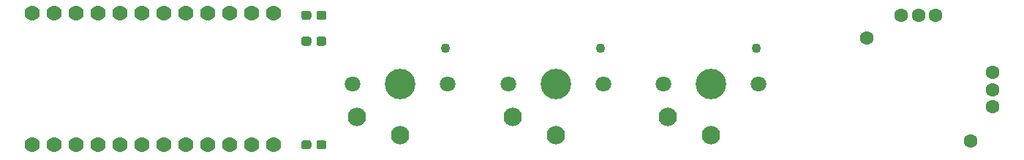
<source format=gbr>
%TF.GenerationSoftware,KiCad,Pcbnew,(5.1.6)-1*%
%TF.CreationDate,2022-09-18T22:31:06+09:00*%
%TF.ProjectId,JoyConMouse,4a6f7943-6f6e-44d6-9f75-73652e6b6963,rev?*%
%TF.SameCoordinates,Original*%
%TF.FileFunction,Soldermask,Top*%
%TF.FilePolarity,Negative*%
%FSLAX46Y46*%
G04 Gerber Fmt 4.6, Leading zero omitted, Abs format (unit mm)*
G04 Created by KiCad (PCBNEW (5.1.6)-1) date 2022-09-18 22:31:06*
%MOMM*%
%LPD*%
G01*
G04 APERTURE LIST*
%ADD10C,1.765000*%
%ADD11C,1.600000*%
%ADD12C,3.529000*%
%ADD13C,2.132000*%
%ADD14C,1.090600*%
%ADD15C,1.801800*%
G04 APERTURE END LIST*
D10*
%TO.C,IC1*%
X53000000Y-95000000D03*
X55540000Y-95000000D03*
X58080000Y-95000000D03*
X60620000Y-95000000D03*
X63160000Y-95000000D03*
X65700000Y-95000000D03*
X68240000Y-95000000D03*
X70780000Y-95000000D03*
X73320000Y-95000000D03*
X73320000Y-79760000D03*
X68240000Y-79760000D03*
X65700000Y-79760000D03*
X70780000Y-79760000D03*
X53000000Y-79760000D03*
X50460000Y-79760000D03*
X47920000Y-79760000D03*
X45380000Y-79760000D03*
X45380000Y-95000000D03*
X47920000Y-95000000D03*
X50460000Y-95000000D03*
X63160000Y-79760000D03*
X60620000Y-79760000D03*
X58080000Y-79760000D03*
X55540000Y-79760000D03*
%TD*%
D11*
%TO.C,IC2*%
X150000000Y-80000000D03*
X148000000Y-80000000D03*
X146000000Y-80000000D03*
X156600000Y-90600000D03*
X156600000Y-88600000D03*
X156600000Y-86600000D03*
X154000000Y-94600000D03*
X142000000Y-82600000D03*
%TD*%
%TO.C,R1*%
G36*
G01*
X76550000Y-80262500D02*
X76550000Y-79737500D01*
G75*
G02*
X76812500Y-79475000I262500J0D01*
G01*
X77437500Y-79475000D01*
G75*
G02*
X77700000Y-79737500I0J-262500D01*
G01*
X77700000Y-80262500D01*
G75*
G02*
X77437500Y-80525000I-262500J0D01*
G01*
X76812500Y-80525000D01*
G75*
G02*
X76550000Y-80262500I0J262500D01*
G01*
G37*
G36*
G01*
X78300000Y-80262500D02*
X78300000Y-79737500D01*
G75*
G02*
X78562500Y-79475000I262500J0D01*
G01*
X79187500Y-79475000D01*
G75*
G02*
X79450000Y-79737500I0J-262500D01*
G01*
X79450000Y-80262500D01*
G75*
G02*
X79187500Y-80525000I-262500J0D01*
G01*
X78562500Y-80525000D01*
G75*
G02*
X78300000Y-80262500I0J262500D01*
G01*
G37*
%TD*%
%TO.C,R2*%
G36*
G01*
X78300000Y-83262500D02*
X78300000Y-82737500D01*
G75*
G02*
X78562500Y-82475000I262500J0D01*
G01*
X79187500Y-82475000D01*
G75*
G02*
X79450000Y-82737500I0J-262500D01*
G01*
X79450000Y-83262500D01*
G75*
G02*
X79187500Y-83525000I-262500J0D01*
G01*
X78562500Y-83525000D01*
G75*
G02*
X78300000Y-83262500I0J262500D01*
G01*
G37*
G36*
G01*
X76550000Y-83262500D02*
X76550000Y-82737500D01*
G75*
G02*
X76812500Y-82475000I262500J0D01*
G01*
X77437500Y-82475000D01*
G75*
G02*
X77700000Y-82737500I0J-262500D01*
G01*
X77700000Y-83262500D01*
G75*
G02*
X77437500Y-83525000I-262500J0D01*
G01*
X76812500Y-83525000D01*
G75*
G02*
X76550000Y-83262500I0J262500D01*
G01*
G37*
%TD*%
%TO.C,R3*%
G36*
G01*
X76550000Y-95262500D02*
X76550000Y-94737500D01*
G75*
G02*
X76812500Y-94475000I262500J0D01*
G01*
X77437500Y-94475000D01*
G75*
G02*
X77700000Y-94737500I0J-262500D01*
G01*
X77700000Y-95262500D01*
G75*
G02*
X77437500Y-95525000I-262500J0D01*
G01*
X76812500Y-95525000D01*
G75*
G02*
X76550000Y-95262500I0J262500D01*
G01*
G37*
G36*
G01*
X78300000Y-95262500D02*
X78300000Y-94737500D01*
G75*
G02*
X78562500Y-94475000I262500J0D01*
G01*
X79187500Y-94475000D01*
G75*
G02*
X79450000Y-94737500I0J-262500D01*
G01*
X79450000Y-95262500D01*
G75*
G02*
X79187500Y-95525000I-262500J0D01*
G01*
X78562500Y-95525000D01*
G75*
G02*
X78300000Y-95262500I0J262500D01*
G01*
G37*
%TD*%
D12*
%TO.C,SW1*%
X88000000Y-88000000D03*
D13*
X83000000Y-91800000D03*
X88000000Y-93900000D03*
D14*
X93220000Y-83800000D03*
D15*
X93500000Y-88000000D03*
X82500000Y-88000000D03*
%TD*%
%TO.C,SW2*%
X100500000Y-88000000D03*
X111500000Y-88000000D03*
D14*
X111220000Y-83800000D03*
D13*
X106000000Y-93900000D03*
X101000000Y-91800000D03*
D12*
X106000000Y-88000000D03*
%TD*%
%TO.C,SW3*%
X124000000Y-88000000D03*
D13*
X119000000Y-91800000D03*
X124000000Y-93900000D03*
D14*
X129220000Y-83800000D03*
D15*
X129500000Y-88000000D03*
X118500000Y-88000000D03*
%TD*%
M02*

</source>
